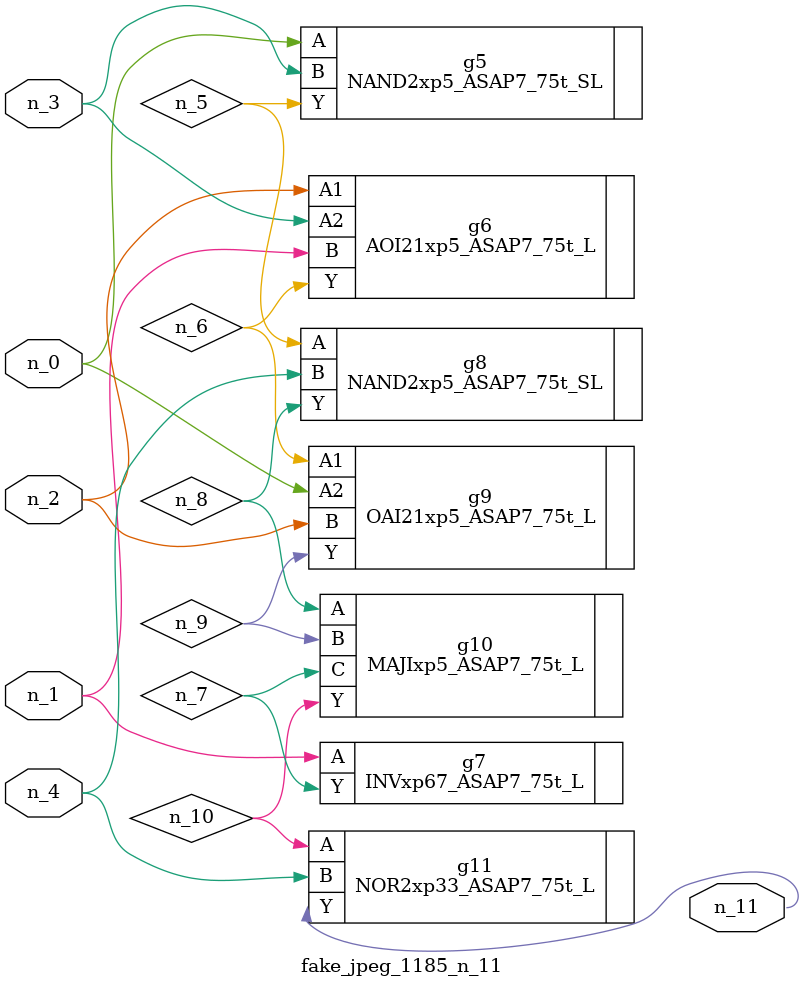
<source format=v>
module fake_jpeg_1185_n_11 (n_3, n_2, n_1, n_0, n_4, n_11);

input n_3;
input n_2;
input n_1;
input n_0;
input n_4;

output n_11;

wire n_10;
wire n_8;
wire n_9;
wire n_6;
wire n_5;
wire n_7;

NAND2xp5_ASAP7_75t_SL g5 ( 
.A(n_0),
.B(n_3),
.Y(n_5)
);

AOI21xp5_ASAP7_75t_L g6 ( 
.A1(n_2),
.A2(n_3),
.B(n_1),
.Y(n_6)
);

INVxp67_ASAP7_75t_L g7 ( 
.A(n_1),
.Y(n_7)
);

NAND2xp5_ASAP7_75t_SL g8 ( 
.A(n_5),
.B(n_4),
.Y(n_8)
);

MAJIxp5_ASAP7_75t_L g10 ( 
.A(n_8),
.B(n_9),
.C(n_7),
.Y(n_10)
);

OAI21xp5_ASAP7_75t_L g9 ( 
.A1(n_6),
.A2(n_0),
.B(n_2),
.Y(n_9)
);

NOR2xp33_ASAP7_75t_L g11 ( 
.A(n_10),
.B(n_4),
.Y(n_11)
);


endmodule
</source>
